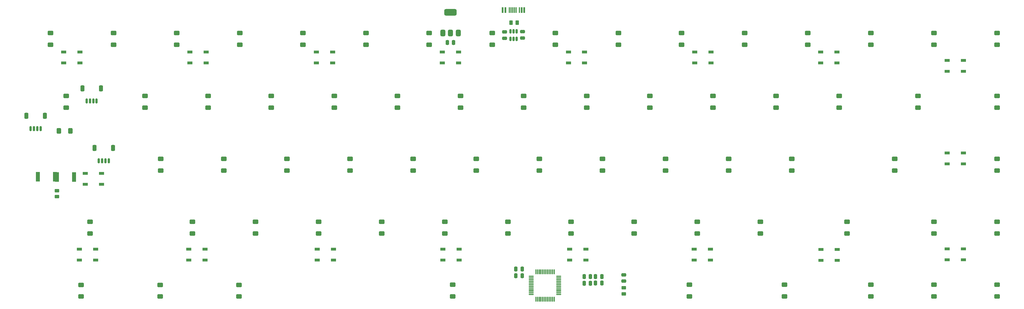
<source format=gbr>
%TF.GenerationSoftware,KiCad,Pcbnew,8.99.0-946-gf00a1ab517*%
%TF.CreationDate,2024-06-04T13:04:33+07:00*%
%TF.ProjectId,Sessantacinque65,53657373-616e-4746-9163-696e71756536,rev?*%
%TF.SameCoordinates,Original*%
%TF.FileFunction,Paste,Bot*%
%TF.FilePolarity,Positive*%
%FSLAX46Y46*%
G04 Gerber Fmt 4.6, Leading zero omitted, Abs format (unit mm)*
G04 Created by KiCad (PCBNEW 8.99.0-946-gf00a1ab517) date 2024-06-04 13:04:33*
%MOMM*%
%LPD*%
G01*
G04 APERTURE LIST*
G04 Aperture macros list*
%AMRoundRect*
0 Rectangle with rounded corners*
0 $1 Rounding radius*
0 $2 $3 $4 $5 $6 $7 $8 $9 X,Y pos of 4 corners*
0 Add a 4 corners polygon primitive as box body*
4,1,4,$2,$3,$4,$5,$6,$7,$8,$9,$2,$3,0*
0 Add four circle primitives for the rounded corners*
1,1,$1+$1,$2,$3*
1,1,$1+$1,$4,$5*
1,1,$1+$1,$6,$7*
1,1,$1+$1,$8,$9*
0 Add four rect primitives between the rounded corners*
20,1,$1+$1,$2,$3,$4,$5,0*
20,1,$1+$1,$4,$5,$6,$7,0*
20,1,$1+$1,$6,$7,$8,$9,0*
20,1,$1+$1,$8,$9,$2,$3,0*%
G04 Aperture macros list end*
%ADD10RoundRect,0.250000X0.600000X-0.400000X0.600000X0.400000X-0.600000X0.400000X-0.600000X-0.400000X0*%
%ADD11R,1.500000X0.900000*%
%ADD12RoundRect,0.250000X-0.475000X0.250000X-0.475000X-0.250000X0.475000X-0.250000X0.475000X0.250000X0*%
%ADD13RoundRect,0.150000X-0.150000X0.512500X-0.150000X-0.512500X0.150000X-0.512500X0.150000X0.512500X0*%
%ADD14RoundRect,0.150000X-0.150000X-0.625000X0.150000X-0.625000X0.150000X0.625000X-0.150000X0.625000X0*%
%ADD15RoundRect,0.250000X-0.350000X-0.650000X0.350000X-0.650000X0.350000X0.650000X-0.350000X0.650000X0*%
%ADD16RoundRect,0.250000X-0.250000X-0.475000X0.250000X-0.475000X0.250000X0.475000X-0.250000X0.475000X0*%
%ADD17R,1.190000X3.000000*%
%ADD18RoundRect,0.250000X-0.450000X0.262500X-0.450000X-0.262500X0.450000X-0.262500X0.450000X0.262500X0*%
%ADD19RoundRect,0.250000X-0.400000X-0.600000X0.400000X-0.600000X0.400000X0.600000X-0.400000X0.600000X0*%
%ADD20RoundRect,0.375000X0.375000X-0.625000X0.375000X0.625000X-0.375000X0.625000X-0.375000X-0.625000X0*%
%ADD21RoundRect,0.500000X1.400000X-0.500000X1.400000X0.500000X-1.400000X0.500000X-1.400000X-0.500000X0*%
%ADD22RoundRect,0.250000X0.250000X0.475000X-0.250000X0.475000X-0.250000X-0.475000X0.250000X-0.475000X0*%
%ADD23R,0.600000X1.760000*%
%ADD24R,0.300000X1.760000*%
%ADD25R,0.600000X1.450000*%
%ADD26RoundRect,0.075000X0.075000X-0.662500X0.075000X0.662500X-0.075000X0.662500X-0.075000X-0.662500X0*%
%ADD27RoundRect,0.075000X0.662500X-0.075000X0.662500X0.075000X-0.662500X0.075000X-0.662500X-0.075000X0*%
%ADD28RoundRect,0.250000X0.262500X0.450000X-0.262500X0.450000X-0.262500X-0.450000X0.262500X-0.450000X0*%
G04 APERTURE END LIST*
D10*
%TO.C,D23*%
X140670000Y117490000D03*
X140670000Y120990000D03*
%TD*%
%TO.C,D7*%
X112095000Y136540000D03*
X112095000Y140040000D03*
%TD*%
%TO.C,D10*%
X169245000Y136540000D03*
X169245000Y140040000D03*
%TD*%
D11*
%TO.C,DRGB2*%
X268490000Y128510000D03*
X268490000Y131810000D03*
X273390000Y131810000D03*
X273390000Y128510000D03*
%TD*%
D12*
%TO.C,C6*%
X134860000Y140410000D03*
X134860000Y138510000D03*
%TD*%
D10*
%TO.C,D41*%
X202582500Y98440000D03*
X202582500Y101940000D03*
%TD*%
%TO.C,D12*%
X207345000Y136540000D03*
X207345000Y140040000D03*
%TD*%
%TO.C,D9*%
X150195000Y136540000D03*
X150195000Y140040000D03*
%TD*%
%TO.C,D33*%
X50182500Y98440000D03*
X50182500Y101940000D03*
%TD*%
D13*
%TO.C,U3*%
X136640000Y140587500D03*
X137590000Y140587500D03*
X138540000Y140587500D03*
X138540000Y138312500D03*
X137590000Y138312500D03*
X136640000Y138312500D03*
%TD*%
D10*
%TO.C,D18*%
X45420000Y117490000D03*
X45420000Y120990000D03*
%TD*%
D14*
%TO.C,J4*%
X8742500Y119470000D03*
X9742500Y119470000D03*
X10742500Y119470000D03*
D15*
X7442500Y123345000D03*
D14*
X11742500Y119470000D03*
D15*
X13042500Y123345000D03*
%TD*%
D10*
%TO.C,D15*%
X283545000Y136540000D03*
X283545000Y140040000D03*
%TD*%
%TO.C,D27*%
X216870000Y117490000D03*
X216870000Y120990000D03*
%TD*%
%TO.C,D55*%
X174007500Y79390000D03*
X174007500Y82890000D03*
%TD*%
D16*
%TO.C,C1*%
X138290000Y68580000D03*
X140190000Y68580000D03*
%TD*%
D10*
%TO.C,D59*%
X264495000Y79390000D03*
X264495000Y82890000D03*
%TD*%
D11*
%TO.C,DRGB3*%
X230330000Y131060000D03*
X230330000Y134360000D03*
X235230000Y134360000D03*
X235230000Y131060000D03*
%TD*%
D17*
%TO.C,Dled1*%
X4948900Y96510000D03*
X-241100Y96510000D03*
%TD*%
D10*
%TO.C,D6*%
X93045000Y136540000D03*
X93045000Y140040000D03*
%TD*%
%TO.C,D32*%
X31132500Y98440000D03*
X31132500Y101940000D03*
%TD*%
%TO.C,D48*%
X40657500Y79390000D03*
X40657500Y82890000D03*
%TD*%
%TO.C,D22*%
X121620000Y117490000D03*
X121620000Y120990000D03*
%TD*%
D11*
%TO.C,DRGB14*%
X121140000Y74670000D03*
X121140000Y71370000D03*
X116240000Y71370000D03*
X116240000Y74670000D03*
%TD*%
D10*
%TO.C,D49*%
X59707500Y79390000D03*
X59707500Y82890000D03*
%TD*%
%TO.C,D24*%
X159720000Y117490000D03*
X159720000Y120990000D03*
%TD*%
%TO.C,D16*%
X2558000Y117490000D03*
X2558000Y120990000D03*
%TD*%
%TO.C,D35*%
X88282500Y98440000D03*
X88282500Y101940000D03*
%TD*%
D11*
%TO.C,DRGB16*%
X197010000Y74630000D03*
X197010000Y71330000D03*
X192110000Y71330000D03*
X192110000Y74630000D03*
%TD*%
%TO.C,DRGB17*%
X235300000Y74580000D03*
X235300000Y71280000D03*
X230400000Y71280000D03*
X230400000Y74580000D03*
%TD*%
D10*
%TO.C,D74*%
X283545000Y60340000D03*
X283545000Y63840000D03*
%TD*%
%TO.C,D39*%
X164482500Y98440000D03*
X164482500Y101940000D03*
%TD*%
D17*
%TO.C,Dled2*%
X-6001100Y96520000D03*
X-811100Y96520000D03*
%TD*%
D18*
%TO.C,R1*%
X170920000Y62920000D03*
X170920000Y61095000D03*
%TD*%
D16*
%TO.C,C4*%
X162340000Y66311100D03*
X164240000Y66311100D03*
%TD*%
D10*
%TO.C,D54*%
X154957500Y79390000D03*
X154957500Y82890000D03*
%TD*%
%TO.C,D47*%
X7080000Y60330000D03*
X7080000Y63830000D03*
%TD*%
D19*
%TO.C,D31*%
X350000Y110450000D03*
X3850000Y110450000D03*
%TD*%
D10*
%TO.C,D30*%
X283545000Y117490000D03*
X283545000Y120990000D03*
%TD*%
%TO.C,D11*%
X188295000Y136540000D03*
X188295000Y140040000D03*
%TD*%
%TO.C,D20*%
X83520000Y117490000D03*
X83520000Y120990000D03*
%TD*%
%TO.C,D4*%
X54945000Y136540000D03*
X54945000Y140040000D03*
%TD*%
%TO.C,D38*%
X145432500Y98440000D03*
X145432500Y101940000D03*
%TD*%
D11*
%TO.C,DRGB5*%
X154160000Y131060000D03*
X154160000Y134360000D03*
X159060000Y134360000D03*
X159060000Y131060000D03*
%TD*%
D10*
%TO.C,D14*%
X264495000Y136540000D03*
X264495000Y140040000D03*
%TD*%
%TO.C,D60*%
X283545000Y79390000D03*
X283545000Y82890000D03*
%TD*%
D16*
%TO.C,C3*%
X162340000Y64350000D03*
X164240000Y64350000D03*
%TD*%
D10*
%TO.C,D57*%
X212107500Y79390000D03*
X212107500Y82890000D03*
%TD*%
%TO.C,D40*%
X183532500Y98440000D03*
X183532500Y101940000D03*
%TD*%
%TO.C,D52*%
X116857500Y79390000D03*
X116857500Y82890000D03*
%TD*%
%TO.C,D37*%
X126382500Y98440000D03*
X126382500Y101940000D03*
%TD*%
%TO.C,D36*%
X107332500Y98440000D03*
X107332500Y101940000D03*
%TD*%
D20*
%TO.C,U2*%
X120892500Y140040000D03*
X118592500Y140040000D03*
D21*
X118592500Y146340000D03*
D20*
X116292500Y140040000D03*
%TD*%
D11*
%TO.C,DRGB9*%
X1820000Y131050000D03*
X1820000Y134350000D03*
X6720000Y134350000D03*
X6720000Y131050000D03*
%TD*%
D10*
%TO.C,D50*%
X78757500Y79390000D03*
X78757500Y82890000D03*
%TD*%
D11*
%TO.C,DRGB11*%
X11450000Y74620000D03*
X11450000Y71320000D03*
X6550000Y71320000D03*
X6550000Y74620000D03*
%TD*%
%TO.C,DRGB1*%
X273370000Y103750000D03*
X273370000Y100450000D03*
X268470000Y100450000D03*
X268470000Y103750000D03*
%TD*%
D22*
%TO.C,C9*%
X160828700Y64341100D03*
X158928700Y64341100D03*
%TD*%
D11*
%TO.C,DRGB4*%
X192290000Y131040000D03*
X192290000Y134340000D03*
X197190000Y134340000D03*
X197190000Y131040000D03*
%TD*%
D14*
%TO.C,J3*%
X12392500Y101370000D03*
X13392500Y101370000D03*
X14392500Y101370000D03*
D15*
X11092500Y105245000D03*
D14*
X15392500Y101370000D03*
D15*
X16692500Y105245000D03*
%TD*%
D23*
%TO.C,J6*%
X134342500Y146990000D03*
X135142500Y146990000D03*
D24*
X136342500Y146990000D03*
X137342500Y146990000D03*
X137842500Y146990000D03*
D25*
X140042500Y147145000D03*
X140842500Y147145000D03*
D23*
X140842500Y146990000D03*
X140042500Y146990000D03*
D24*
X139342500Y146990000D03*
X138342500Y146990000D03*
X136842500Y146990000D03*
D25*
X135142500Y147145000D03*
X134342500Y147145000D03*
%TD*%
D10*
%TO.C,D8*%
X131145000Y136540000D03*
X131145000Y140040000D03*
%TD*%
D26*
%TO.C,Ud1*%
X149860000Y59477500D03*
X149360000Y59477500D03*
X148860000Y59477500D03*
X148360000Y59477500D03*
X147860000Y59477500D03*
X147360000Y59477500D03*
X146860000Y59477500D03*
X146360000Y59477500D03*
X145860000Y59477500D03*
X145360000Y59477500D03*
X144860000Y59477500D03*
X144360000Y59477500D03*
D27*
X142947500Y60890000D03*
X142947500Y61390000D03*
X142947500Y61890000D03*
X142947500Y62390000D03*
X142947500Y62890000D03*
X142947500Y63390000D03*
X142947500Y63890000D03*
X142947500Y64390000D03*
X142947500Y64890000D03*
X142947500Y65390000D03*
X142947500Y65890000D03*
X142947500Y66390000D03*
D26*
X144360000Y67802500D03*
X144860000Y67802500D03*
X145360000Y67802500D03*
X145860000Y67802500D03*
X146360000Y67802500D03*
X146860000Y67802500D03*
X147360000Y67802500D03*
X147860000Y67802500D03*
X148360000Y67802500D03*
X148860000Y67802500D03*
X149360000Y67802500D03*
X149860000Y67802500D03*
D27*
X151272500Y66390000D03*
X151272500Y65890000D03*
X151272500Y65390000D03*
X151272500Y64890000D03*
X151272500Y64390000D03*
X151272500Y63890000D03*
X151272500Y63390000D03*
X151272500Y62890000D03*
X151272500Y62390000D03*
X151272500Y61890000D03*
X151272500Y61390000D03*
X151272500Y60890000D03*
%TD*%
D11*
%TO.C,DRGB13*%
X83250000Y74590000D03*
X83250000Y71290000D03*
X78350000Y71290000D03*
X78350000Y74590000D03*
%TD*%
D10*
%TO.C,D66*%
X119238500Y60340000D03*
X119238500Y63840000D03*
%TD*%
%TO.C,D72*%
X245445000Y60340000D03*
X245445000Y63840000D03*
%TD*%
D11*
%TO.C,DRGB20*%
X273380000Y74690000D03*
X273380000Y71390000D03*
X268480000Y71390000D03*
X268480000Y74690000D03*
%TD*%
%TO.C,DRGB15*%
X159410000Y74670000D03*
X159410000Y71370000D03*
X154510000Y71370000D03*
X154510000Y74670000D03*
%TD*%
D10*
%TO.C,D53*%
X135907500Y79390000D03*
X135907500Y82890000D03*
%TD*%
%TO.C,D21*%
X102570000Y117490000D03*
X102570000Y120990000D03*
%TD*%
%TO.C,D73*%
X264495000Y60340000D03*
X264495000Y63840000D03*
%TD*%
%TO.C,D3*%
X35895000Y136540000D03*
X35895000Y140040000D03*
%TD*%
D12*
%TO.C,C10*%
X170920000Y66840000D03*
X170920000Y64940000D03*
%TD*%
D18*
%TO.C,R3*%
X-270000Y92340000D03*
X-270000Y90515000D03*
%TD*%
D10*
%TO.C,D42*%
X221632500Y98440000D03*
X221632500Y101940000D03*
%TD*%
%TO.C,D45*%
X283545000Y98440000D03*
X283545000Y101940000D03*
%TD*%
D22*
%TO.C,C2*%
X119520000Y137240000D03*
X117620000Y137240000D03*
%TD*%
D10*
%TO.C,D70*%
X219410000Y60340000D03*
X219410000Y63840000D03*
%TD*%
D11*
%TO.C,DRGB12*%
X44470000Y74670000D03*
X44470000Y71370000D03*
X39570000Y71370000D03*
X39570000Y74670000D03*
%TD*%
D10*
%TO.C,D58*%
X238301500Y79390000D03*
X238301500Y82890000D03*
%TD*%
D16*
%TO.C,C5*%
X138290000Y66620000D03*
X140190000Y66620000D03*
%TD*%
D12*
%TO.C,C7*%
X140330000Y140460000D03*
X140330000Y138560000D03*
%TD*%
D10*
%TO.C,D13*%
X226395000Y136540000D03*
X226395000Y140040000D03*
%TD*%
%TO.C,D62*%
X54705000Y60330000D03*
X54705000Y63830000D03*
%TD*%
D11*
%TO.C,DRGB7*%
X78100000Y131050000D03*
X78100000Y134350000D03*
X83000000Y134350000D03*
X83000000Y131050000D03*
%TD*%
%TO.C,DRGB10*%
X13260000Y97580000D03*
X13260000Y94280000D03*
X8360000Y94280000D03*
X8360000Y97580000D03*
%TD*%
D10*
%TO.C,D17*%
X26370000Y117490000D03*
X26370000Y120990000D03*
%TD*%
D28*
%TO.C,R2*%
X138705000Y143250000D03*
X136880000Y143250000D03*
%TD*%
D10*
%TO.C,D69*%
X190676000Y60340000D03*
X190676000Y63840000D03*
%TD*%
%TO.C,D28*%
X235920000Y117490000D03*
X235920000Y120990000D03*
%TD*%
%TO.C,D2*%
X16845000Y136540000D03*
X16845000Y140040000D03*
%TD*%
%TO.C,D56*%
X193057500Y79390000D03*
X193057500Y82890000D03*
%TD*%
%TO.C,D26*%
X197820000Y117490000D03*
X197820000Y120990000D03*
%TD*%
%TO.C,D61*%
X30892500Y60330000D03*
X30892500Y63830000D03*
%TD*%
D22*
%TO.C,C8*%
X160830000Y66312200D03*
X158930000Y66312200D03*
%TD*%
D10*
%TO.C,D1*%
X-2205000Y136540000D03*
X-2205000Y140040000D03*
%TD*%
D11*
%TO.C,DRGB8*%
X39870000Y131040000D03*
X39870000Y134340000D03*
X44770000Y134340000D03*
X44770000Y131040000D03*
%TD*%
D10*
%TO.C,D19*%
X64470000Y117490000D03*
X64470000Y120990000D03*
%TD*%
%TO.C,D46*%
X9775600Y79390000D03*
X9775600Y82890000D03*
%TD*%
%TO.C,D51*%
X97807500Y79390000D03*
X97807500Y82890000D03*
%TD*%
%TO.C,D25*%
X178770000Y117490000D03*
X178770000Y120990000D03*
%TD*%
%TO.C,D44*%
X252663100Y98440000D03*
X252663100Y101940000D03*
%TD*%
%TO.C,D5*%
X73995000Y136540000D03*
X73995000Y140040000D03*
%TD*%
D14*
%TO.C,J1*%
X-8157500Y111110000D03*
X-7157500Y111110000D03*
X-6157500Y111110000D03*
D15*
X-9457500Y114985000D03*
D14*
X-5157500Y111110000D03*
D15*
X-3857500Y114985000D03*
%TD*%
D10*
%TO.C,D29*%
X259733000Y117490000D03*
X259733000Y120990000D03*
%TD*%
D11*
%TO.C,DRGB6*%
X116120000Y131010000D03*
X116120000Y134310000D03*
X121020000Y134310000D03*
X121020000Y131010000D03*
%TD*%
D10*
%TO.C,D43*%
X245445000Y136540000D03*
X245445000Y140040000D03*
%TD*%
%TO.C,D34*%
X69232500Y98440000D03*
X69232500Y101940000D03*
%TD*%
M02*

</source>
